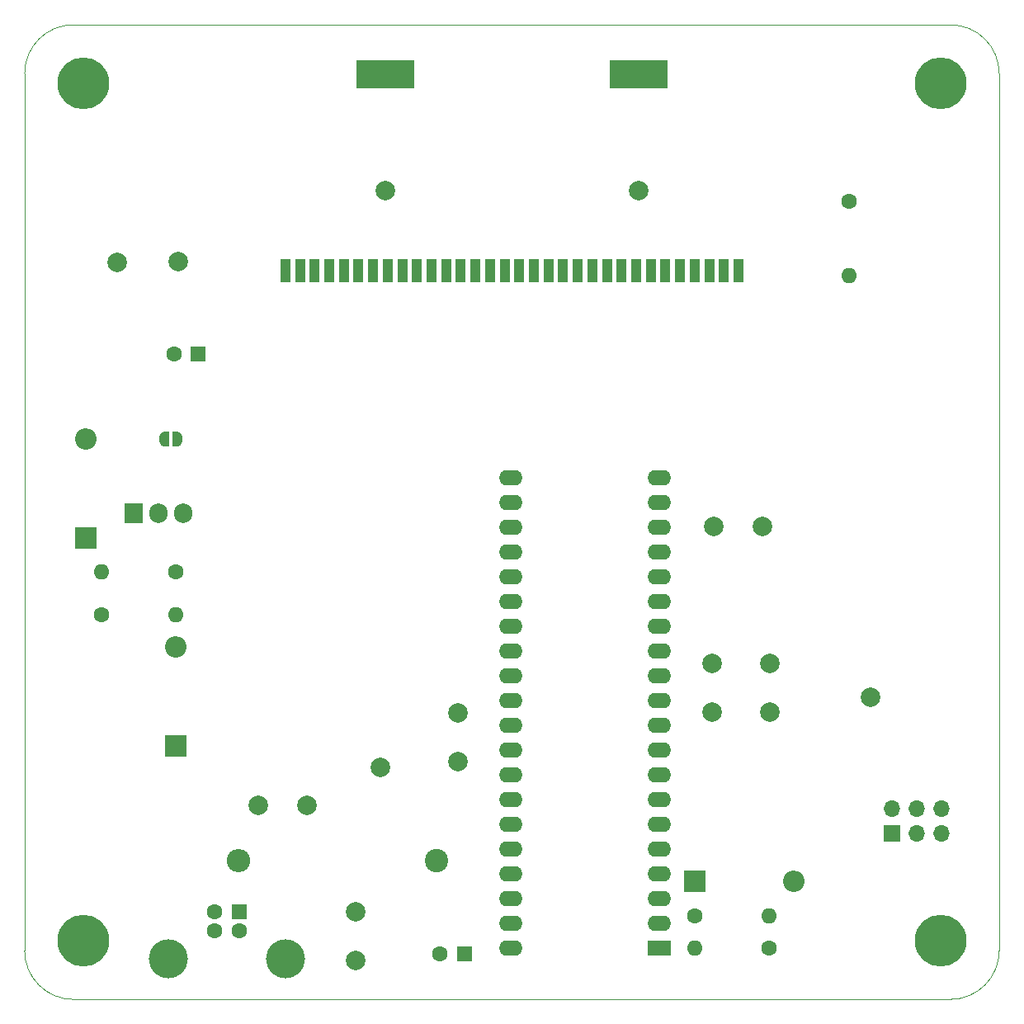
<source format=gbr>
%TF.GenerationSoftware,KiCad,Pcbnew,5.1.7-a382d34a8~87~ubuntu20.04.1*%
%TF.CreationDate,2020-10-04T21:46:04+03:00*%
%TF.ProjectId,GB-CARTPP-DIY,47422d43-4152-4545-9050-2d4449592e6b,v1.1*%
%TF.SameCoordinates,Original*%
%TF.FileFunction,Soldermask,Top*%
%TF.FilePolarity,Negative*%
%FSLAX46Y46*%
G04 Gerber Fmt 4.6, Leading zero omitted, Abs format (unit mm)*
G04 Created by KiCad (PCBNEW 5.1.7-a382d34a8~87~ubuntu20.04.1) date 2020-10-04 21:46:04*
%MOMM*%
%LPD*%
G01*
G04 APERTURE LIST*
%TA.AperFunction,Profile*%
%ADD10C,0.050000*%
%TD*%
%ADD11O,2.200000X2.200000*%
%ADD12R,2.200000X2.200000*%
%ADD13C,2.000000*%
%ADD14O,2.400000X2.400000*%
%ADD15C,2.400000*%
%ADD16C,5.300000*%
%ADD17C,0.100000*%
%ADD18O,2.400000X1.600000*%
%ADD19R,2.400000X1.600000*%
%ADD20O,1.600000X1.600000*%
%ADD21C,1.600000*%
%ADD22O,1.905000X2.000000*%
%ADD23R,1.905000X2.000000*%
%ADD24R,1.000000X2.400000*%
%ADD25R,6.000000X3.000000*%
%ADD26O,1.700000X1.700000*%
%ADD27R,1.700000X1.700000*%
%ADD28C,4.000000*%
%ADD29R,1.600000X1.600000*%
G04 APERTURE END LIST*
D10*
X150000000Y-145000000D02*
G75*
G02*
X145000000Y-150000000I-5000000J0D01*
G01*
X55000000Y-150000000D02*
G75*
G02*
X50000000Y-145000000I0J5000000D01*
G01*
X50000000Y-55000000D02*
G75*
G02*
X55000000Y-50000000I5000000J0D01*
G01*
X145000000Y-50000000D02*
G75*
G02*
X150000000Y-55000000I0J-5000000D01*
G01*
X145000000Y-50000000D02*
X55000000Y-50000000D01*
X150000000Y-145000000D02*
X150000000Y-55000000D01*
X55000000Y-150000000D02*
X145000000Y-150000000D01*
X50000000Y-55000000D02*
X50000000Y-145000000D01*
D11*
%TO.C,D1*%
X128960000Y-137900000D03*
D12*
X118800000Y-137900000D03*
%TD*%
D11*
%TO.C,D2*%
X65500000Y-113840000D03*
D12*
X65500000Y-124000000D03*
%TD*%
D11*
%TO.C,D3*%
X56300000Y-92540000D03*
D12*
X56300000Y-102700000D03*
%TD*%
D13*
%TO.C,TP4*%
X59500000Y-74400000D03*
%TD*%
D14*
%TO.C,FB1*%
X71980000Y-135800000D03*
D15*
X92300000Y-135800000D03*
%TD*%
D16*
%TO.C,H4*%
X144000000Y-144000000D03*
%TD*%
%TO.C,H3*%
X144000000Y-56000000D03*
%TD*%
%TO.C,H2*%
X56000000Y-144000000D03*
%TD*%
%TO.C,H1*%
X56000000Y-56000000D03*
%TD*%
D13*
%TO.C,TP1*%
X136800000Y-119000000D03*
%TD*%
D17*
%TO.C,JP1*%
G36*
X64350000Y-93249398D02*
G01*
X64325466Y-93249398D01*
X64276635Y-93244588D01*
X64228510Y-93235016D01*
X64181555Y-93220772D01*
X64136222Y-93201995D01*
X64092949Y-93178864D01*
X64052150Y-93151604D01*
X64014221Y-93120476D01*
X63979524Y-93085779D01*
X63948396Y-93047850D01*
X63921136Y-93007051D01*
X63898005Y-92963778D01*
X63879228Y-92918445D01*
X63864984Y-92871490D01*
X63855412Y-92823365D01*
X63850602Y-92774534D01*
X63850602Y-92750000D01*
X63850000Y-92750000D01*
X63850000Y-92250000D01*
X63850602Y-92250000D01*
X63850602Y-92225466D01*
X63855412Y-92176635D01*
X63864984Y-92128510D01*
X63879228Y-92081555D01*
X63898005Y-92036222D01*
X63921136Y-91992949D01*
X63948396Y-91952150D01*
X63979524Y-91914221D01*
X64014221Y-91879524D01*
X64052150Y-91848396D01*
X64092949Y-91821136D01*
X64136222Y-91798005D01*
X64181555Y-91779228D01*
X64228510Y-91764984D01*
X64276635Y-91755412D01*
X64325466Y-91750602D01*
X64350000Y-91750602D01*
X64350000Y-91750000D01*
X64850000Y-91750000D01*
X64850000Y-93250000D01*
X64350000Y-93250000D01*
X64350000Y-93249398D01*
G37*
G36*
X65150000Y-91750000D02*
G01*
X65650000Y-91750000D01*
X65650000Y-91750602D01*
X65674534Y-91750602D01*
X65723365Y-91755412D01*
X65771490Y-91764984D01*
X65818445Y-91779228D01*
X65863778Y-91798005D01*
X65907051Y-91821136D01*
X65947850Y-91848396D01*
X65985779Y-91879524D01*
X66020476Y-91914221D01*
X66051604Y-91952150D01*
X66078864Y-91992949D01*
X66101995Y-92036222D01*
X66120772Y-92081555D01*
X66135016Y-92128510D01*
X66144588Y-92176635D01*
X66149398Y-92225466D01*
X66149398Y-92250000D01*
X66150000Y-92250000D01*
X66150000Y-92750000D01*
X66149398Y-92750000D01*
X66149398Y-92774534D01*
X66144588Y-92823365D01*
X66135016Y-92871490D01*
X66120772Y-92918445D01*
X66101995Y-92963778D01*
X66078864Y-93007051D01*
X66051604Y-93047850D01*
X66020476Y-93085779D01*
X65985779Y-93120476D01*
X65947850Y-93151604D01*
X65907051Y-93178864D01*
X65863778Y-93201995D01*
X65818445Y-93220772D01*
X65771490Y-93235016D01*
X65723365Y-93244588D01*
X65674534Y-93249398D01*
X65650000Y-93249398D01*
X65650000Y-93250000D01*
X65150000Y-93250000D01*
X65150000Y-91750000D01*
G37*
%TD*%
D13*
%TO.C,C3*%
X84000000Y-146000000D03*
X84000000Y-141000000D03*
%TD*%
%TO.C,C1*%
X79000000Y-130100000D03*
X74000000Y-130100000D03*
%TD*%
D18*
%TO.C,U1*%
X99860000Y-144700000D03*
X115100000Y-96440000D03*
X99860000Y-142160000D03*
X115100000Y-98980000D03*
X99860000Y-139620000D03*
X115100000Y-101520000D03*
X99860000Y-137080000D03*
X115100000Y-104060000D03*
X99860000Y-134540000D03*
X115100000Y-106600000D03*
X99860000Y-132000000D03*
X115100000Y-109140000D03*
X99860000Y-129460000D03*
X115100000Y-111680000D03*
X99860000Y-126920000D03*
X115100000Y-114220000D03*
X99860000Y-124380000D03*
X115100000Y-116760000D03*
X99860000Y-121840000D03*
X115100000Y-119300000D03*
X99860000Y-119300000D03*
X115100000Y-121840000D03*
X99860000Y-116760000D03*
X115100000Y-124380000D03*
X99860000Y-114220000D03*
X115100000Y-126920000D03*
X99860000Y-111680000D03*
X115100000Y-129460000D03*
X99860000Y-109140000D03*
X115100000Y-132000000D03*
X99860000Y-106600000D03*
X115100000Y-134540000D03*
X99860000Y-104060000D03*
X115100000Y-137080000D03*
X99860000Y-101520000D03*
X115100000Y-139620000D03*
X99860000Y-98980000D03*
X115100000Y-142160000D03*
X99860000Y-96440000D03*
D19*
X115100000Y-144700000D03*
%TD*%
D13*
%TO.C,TP3*%
X65800000Y-74300000D03*
%TD*%
%TO.C,TP2*%
X86500000Y-126200000D03*
%TD*%
D20*
%TO.C,R2*%
X126420000Y-141400000D03*
D21*
X118800000Y-141400000D03*
%TD*%
D20*
%TO.C,R5*%
X134600000Y-75720000D03*
D21*
X134600000Y-68100000D03*
%TD*%
D20*
%TO.C,R4*%
X57880000Y-106100000D03*
D21*
X65500000Y-106100000D03*
%TD*%
D20*
%TO.C,R3*%
X65520000Y-110500000D03*
D21*
X57900000Y-110500000D03*
%TD*%
D20*
%TO.C,R1*%
X118780000Y-144700000D03*
D21*
X126400000Y-144700000D03*
%TD*%
D22*
%TO.C,Q1*%
X66280000Y-100100000D03*
X63740000Y-100100000D03*
D23*
X61200000Y-100100000D03*
%TD*%
D13*
%TO.C,J3*%
X113000000Y-67050000D03*
D24*
X123250000Y-75250000D03*
X121750000Y-75250000D03*
X120250000Y-75250000D03*
X118750000Y-75250000D03*
X117250000Y-75250000D03*
X115750000Y-75250000D03*
X114250000Y-75250000D03*
X112750000Y-75250000D03*
X111250000Y-75250000D03*
X109750000Y-75250000D03*
X108250000Y-75250000D03*
X106750000Y-75250000D03*
X105250000Y-75250000D03*
X103750000Y-75250000D03*
X102250000Y-75250000D03*
X100750000Y-75250000D03*
X99250000Y-75250000D03*
X97750000Y-75250000D03*
X96250000Y-75250000D03*
X94750000Y-75250000D03*
X93250000Y-75250000D03*
X91750000Y-75250000D03*
X90250000Y-75250000D03*
X88750000Y-75250000D03*
X87250000Y-75250000D03*
X85750000Y-75250000D03*
X84250000Y-75250000D03*
X82750000Y-75250000D03*
X81250000Y-75250000D03*
X79750000Y-75250000D03*
X78250000Y-75250000D03*
D13*
X87000000Y-67050000D03*
D25*
X113000000Y-55050000D03*
X87000000Y-55050000D03*
D24*
X76750000Y-75250000D03*
%TD*%
D26*
%TO.C,J2*%
X144080000Y-130460000D03*
X144080000Y-133000000D03*
X141540000Y-130460000D03*
X141540000Y-133000000D03*
X139000000Y-130460000D03*
D27*
X139000000Y-133000000D03*
%TD*%
D28*
%TO.C,J1*%
X76750000Y-145860000D03*
X64750000Y-145860000D03*
D21*
X72000000Y-143000000D03*
X69500000Y-143000000D03*
X69500000Y-141000000D03*
D29*
X72000000Y-141000000D03*
%TD*%
D21*
%TO.C,C8*%
X65300000Y-83800000D03*
D29*
X67800000Y-83800000D03*
%TD*%
D13*
%TO.C,C7*%
X120500000Y-115500000D03*
X120500000Y-120500000D03*
%TD*%
%TO.C,C6*%
X94500000Y-120600000D03*
X94500000Y-125600000D03*
%TD*%
%TO.C,C5*%
X126500000Y-115500000D03*
X126500000Y-120500000D03*
%TD*%
%TO.C,C4*%
X125700000Y-101500000D03*
X120700000Y-101500000D03*
%TD*%
D21*
%TO.C,C2*%
X92600000Y-145300000D03*
D29*
X95100000Y-145300000D03*
%TD*%
M02*

</source>
